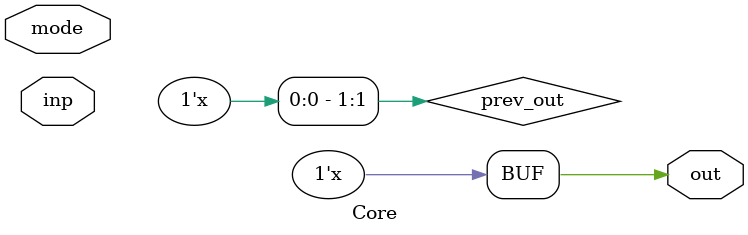
<source format=v>
`timescale 1ns / 1ps


module Core(out, mode, inp);
output out;
reg out;
input [1:0] mode;
input inp;
reg [1:0] prev_out;
reg [1:0] out_nn, out_nt, out_tn, out_tt;

initial
begin
prev_out  = 2'b00;
out_nn = 2'b00;
out_nt = 2'b00;
out_tn = 2'b11;
out_tt = 2'b11;
out = 0;
end

always @(mode[0] or mode[1])
begin
    if(mode == 2'b00)
    begin
        if(prev_out == 2'b00)
        begin
        out<= out_nn[1];
//        $display("The prediction is %b", out_nn[1]);
        end
        else if(prev_out == 2'b01)
        begin
        out<= out_nt[1];
//        $display("The prediction is %b", out_nt[1]);
        end
        else if(prev_out == 2'b10)
        begin
        out<= out_tn[1];
//        $display("The prediction is %b", out_tn[1]);
        end
        else
        begin
        out<= out_tt[1];
//        $display("The prediction is %b", out_tt[1]);
        end
    end
    else if(mode == 2'b01)
    begin
        
        if(prev_out == 2'b00)
        begin
            if(out_nn == 2'b00)
            begin

                if(inp == 1)
                begin
                    out_nn = 2'b01;
                end
            end
            else if(out_nn == 2'b01)
            begin
                if(inp == 1)
                begin
                    out_nn = 2'b11;
                end
                else
                begin
                    out_nn = 2'b00;
                end
            end
            else if(out_nn == 2'b10)
            begin
                if(inp == 1)
                begin
                    out_nn = 2'b11;
                end
                else
                begin
                    out_nn = 2'b00;
                end
            end
            else if(out_nn == 2'b11)
            begin
                if(inp == 1)
                begin
                    out_nn = 2'b11;
                end
                else
                begin
                    out_nn = 2'b10;
                end
                
            end
        end
        else if(prev_out == 2'b01)
        begin
            if(out_nt == 2'b00)
            begin
                if(inp == 1)
                begin
                    out_nt = 2'b01;
                end
            end
            else if(out_nt == 2'b01)
            begin
                if(inp == 1)
                begin
                    out_nt = 2'b11;
                end
                else
                begin
                    out_nt = 2'b00;
                end
            end
            else if(out_nt == 2'b10)
            begin
                if(inp == 1)
                begin
                    out_nt = 2'b11;
                end
                else
                begin
                    out_nt = 2'b00;
                end
            end
            else if(out_nt == 2'b11)
            begin
                if(inp == 1)
                begin
                    out_nt = 2'b11;
                end
                else
                begin
                    out_nt = 2'b10;
                end
                
            end
        end
        else if(prev_out == 2'b10)
        begin
            if(out_tn == 2'b00)
            begin
                if(inp == 1)
                begin
                    out_tn = 2'b01;
                end
            end
            else if(out_tn == 2'b01)
            begin
                if(inp == 1)
                begin
                    out_tn = 2'b11;
                end
                else
                begin
                    out_tn = 2'b00;
                end
            end
            else if(out_tn == 2'b10)
            begin
                if(inp == 1)
                begin
                    out_tn = 2'b11;
                end
                else
                begin
                    out_tn = 2'b00;
                end
            end
            else if(out_tn == 2'b11)
            begin
                if(inp == 1)
                begin
                    out_tn = 2'b11;
                end
                else
                begin
                    out_tn = 2'b10;
                end
                
            end
        end
        else
        begin
            if(out_tt == 2'b00)
            begin
                if(inp == 1)
                begin
                    out_tt = 2'b01;
                end
            end
            else if(out_tt == 2'b01)
            begin
                if(inp == 1)
                begin
                    out_tt = 2'b11;
                end
                else
                begin
                    out_tt = 2'b00;
                end
            end
            else if(out_tt == 2'b10)
            begin
                if(inp == 1)
                begin
                    out_tt = 2'b11;
                end
                else
                begin
                    out_tt = 2'b00;
                end
            end
            else if(out_tt == 2'b11)
            begin
                if(inp == 1)
                begin
                    out_tt = 2'b11;
                end
                else
                begin
                    out_tt = 2'b10;
                end
                
            end
        end
        
     prev_out[1] <= prev_out[0];
        prev_out[0] <= inp;   
    end
    else if(mode == 2'b10)
    begin
        $display("%b, %b, %b, %b", out_nn, out_nt, out_tn, out_tt);
    end
    else
    begin
        out_nn = 2'b00;
        out_nt = 2'b00;
        out_tn = 2'b11;
        out_tt = 2'b11;
    end
    
    
end

endmodule

</source>
